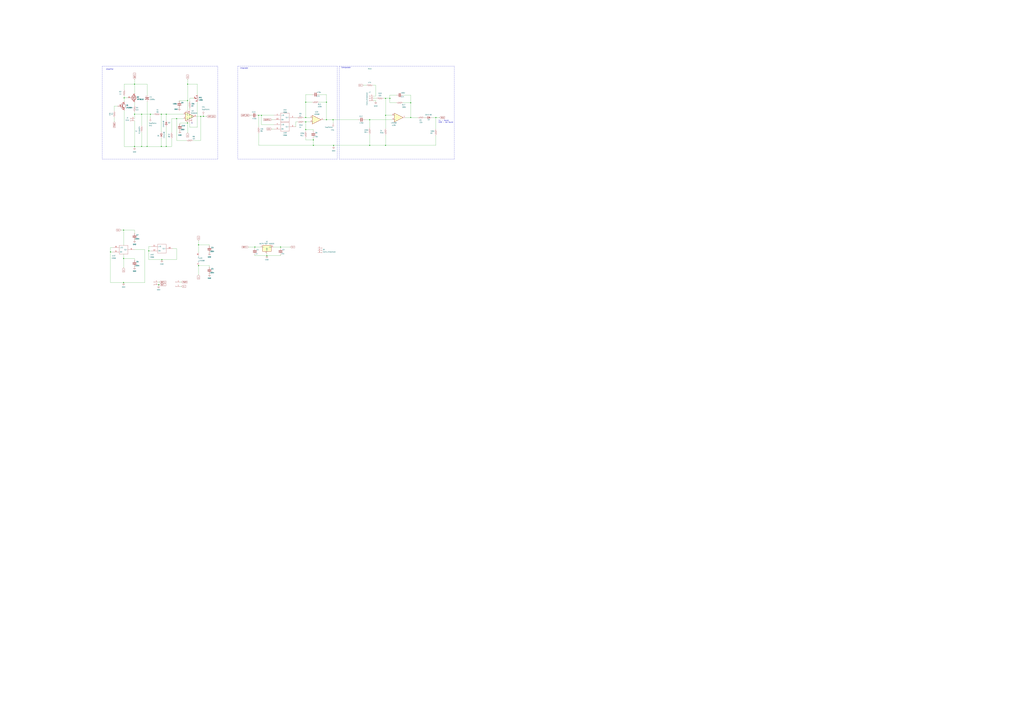
<source format=kicad_sch>
(kicad_sch (version 20211123) (generator eeschema)
  (paper "A0")
  (lib_symbols
    (symbol "!my-kicad-library:2N3904" (pin_names (offset 0) hide)
      (property "Reference" "Q" (at 5.08 1.905 0))
      (property "Value" "2N3904" (at 5.08 0 0))
      (symbol "2N3904_0_1"
        (polyline (pts (xy 0.635 0.635) (xy 2.54 2.54)))
        (polyline (pts (xy 0.635 -0.635) (xy 2.54 -2.54) (xy 2.54 -2.54)))
        (polyline (pts (xy 0.635 1.905) (xy 0.635 -1.905) (xy 0.635 -1.905)) (stroke (width 0.508)))
        (polyline (pts (xy 1.27 -1.778) (xy 1.778 -1.27) (xy 2.286 -2.286) (xy 1.27 -1.778) (xy 1.27 -1.778)) (fill (type outline)))
        (circle (center 1.27 0) (radius 2.8194) (stroke (width 0.254)))
      )
      (symbol "2N3904_1_1"
        (pin passive line (at -5.08 0 0) (length 5.715) (name "B") (number "1"))
        (pin passive line (at 2.54 -5.08 90) (length 2.54) (name "E") (number "2"))
        (pin passive line (at 2.54 5.08 270) (length 2.54) (name "C") (number "3"))
      )
    )
    (symbol "4xxx_IEEE:4066" (pin_names (offset 0.762))
      (property "Reference" "U" (at 2.54 5.08 0))
      (property "Value" "4066" (at 5.08 -5.08 0))
      (symbol "4066_0_1"
        (rectangle (start -5.08 5.08) (end 5.08 -5.08))
        (pin power_in line (at 0 5.08 270) (length 0) hide (name "Vdd") (number "14"))
        (pin power_in line (at 0 -5.08 90) (length 0) hide (name "Vss") (number "7"))
      )
      (symbol "4066_1_1"
        (pin passive line (at -12.7 2.54 0) (length 7.62) (name "I/O") (number "1"))
        (pin input line (at -12.7 -2.54 0) (length 7.62) (name "ON") (number "13"))
        (pin passive line (at 12.7 0 180) (length 7.62) (name "O/I") (number "2"))
      )
      (symbol "4066_2_1"
        (pin passive line (at 12.7 0 180) (length 7.62) (name "O/I") (number "3"))
        (pin passive line (at -12.7 2.54 0) (length 7.62) (name "I/O") (number "4"))
        (pin input line (at -12.7 -2.54 0) (length 7.62) (name "ON") (number "5"))
      )
      (symbol "4066_3_1"
        (pin input line (at -12.7 -2.54 0) (length 7.62) (name "ON") (number "6"))
        (pin passive line (at -12.7 2.54 0) (length 7.62) (name "I/O") (number "8"))
        (pin passive line (at 12.7 0 180) (length 7.62) (name "O/I") (number "9"))
      )
      (symbol "4066_4_1"
        (pin passive line (at 12.7 0 180) (length 7.62) (name "O/I") (number "10"))
        (pin passive line (at -12.7 2.54 0) (length 7.62) (name "I/O") (number "11"))
        (pin input line (at -12.7 -2.54 0) (length 7.62) (name "ON") (number "12"))
      )
    )
    (symbol "Amplifier_Operational:LM358" (pin_names (offset 0.127))
      (property "Reference" "U" (at 0 5.08 0))
      (property "Value" "LM358" (at 0 -5.08 0))
      (symbol "LM358_1_1"
        (polyline (pts (xy -5.08 5.08) (xy 5.08 0) (xy -5.08 -5.08) (xy -5.08 5.08)) (stroke (width 0.254)) (fill (type background)))
        (pin output line (at 7.62 0 180) (length 2.54) (name "~") (number "1"))
        (pin input line (at -7.62 -2.54 0) (length 2.54) (name "-") (number "2"))
        (pin input line (at -7.62 2.54 0) (length 2.54) (name "+") (number "3"))
      )
      (symbol "LM358_2_1"
        (polyline (pts (xy -5.08 5.08) (xy 5.08 0) (xy -5.08 -5.08) (xy -5.08 5.08)) (stroke (width 0.254)) (fill (type background)))
        (pin input line (at -7.62 2.54 0) (length 2.54) (name "+") (number "5"))
        (pin input line (at -7.62 -2.54 0) (length 2.54) (name "-") (number "6"))
        (pin output line (at 7.62 0 180) (length 2.54) (name "~") (number "7"))
      )
      (symbol "LM358_3_1"
        (pin power_in line (at -2.54 -7.62 90) (length 3.81) (name "V-") (number "4"))
        (pin power_in line (at -2.54 7.62 270) (length 3.81) (name "V+") (number "8"))
      )
    )
    (symbol "Amplifier_Operational:NE5534" (pin_names (offset 0.127))
      (property "Reference" "U" (at 1.27 6.35 0))
      (property "Value" "NE5534" (at 1.27 3.81 0))
      (symbol "NE5534_0_1"
        (polyline (pts (xy -5.08 5.08) (xy 5.08 0) (xy -5.08 -5.08) (xy -5.08 5.08)) (stroke (width 0.254)) (fill (type background)))
      )
      (symbol "NE5534_1_1"
        (pin input line (at 0 -7.62 90) (length 5.08) (name "BAL") (number "1"))
        (pin input line (at -7.62 -2.54 0) (length 2.54) (name "-") (number "2"))
        (pin input line (at -7.62 2.54 0) (length 2.54) (name "+") (number "3"))
        (pin power_in line (at -2.54 -7.62 90) (length 3.81) (name "V-") (number "4"))
        (pin input line (at 2.54 -7.62 90) (length 6.35) (name "COMP") (number "5"))
        (pin output line (at 7.62 0 180) (length 2.54) (name "~") (number "6"))
        (pin power_in line (at -2.54 7.62 270) (length 3.81) (name "V+") (number "7"))
        (pin input line (at 0 7.62 270) (length 5.08) (name "C/B") (number "8"))
      )
    )
    (symbol "Connector:Conn_01x01_Female" (pin_names (offset 1.016) hide)
      (property "Reference" "J" (at 0 2.54 0))
      (property "Value" "Conn_01x01_Female" (at 0 -2.54 0))
      (symbol "Conn_01x01_Female_1_1"
        (polyline (pts (xy -1.27 0) (xy -0.508 0)) (stroke (width 0.1524)))
        (arc (start 0 0.508) (mid -0.508 0) (end 0 -0.508) (stroke (width 0.1524)))
        (pin passive line (at -5.08 0 0) (length 3.81) (name "Pin_1") (number "1"))
      )
    )
    (symbol "Connector:Conn_01x02_Female" (pin_names (offset 1.016) hide)
      (property "Reference" "J" (at 0 2.54 0))
      (property "Value" "Conn_01x02_Female" (at 0 -5.08 0))
      (symbol "Conn_01x02_Female_1_1"
        (arc (start 0 -2.032) (mid -0.508 -2.54) (end 0 -3.048) (stroke (width 0.1524)))
        (polyline (pts (xy -1.27 -2.54) (xy -0.508 -2.54)) (stroke (width 0.1524)))
        (polyline (pts (xy -1.27 0) (xy -0.508 0)) (stroke (width 0.1524)))
        (arc (start 0 0.508) (mid -0.508 0) (end 0 -0.508) (stroke (width 0.1524)))
        (pin passive line (at -5.08 0 0) (length 3.81) (name "Pin_1") (number "1"))
        (pin passive line (at -5.08 -2.54 0) (length 3.81) (name "Pin_2") (number "2"))
      )
    )
    (symbol "Connector:Conn_01x03_Female" (pin_names (offset 1.016) hide)
      (property "Reference" "J" (at 0 5.08 0))
      (property "Value" "Conn_01x03_Female" (at 0 -5.08 0))
      (symbol "Conn_01x03_Female_1_1"
        (arc (start 0 -2.032) (mid -0.508 -2.54) (end 0 -3.048) (stroke (width 0.1524)))
        (polyline (pts (xy -1.27 -2.54) (xy -0.508 -2.54)) (stroke (width 0.1524)))
        (polyline (pts (xy -1.27 0) (xy -0.508 0)) (stroke (width 0.1524)))
        (polyline (pts (xy -1.27 2.54) (xy -0.508 2.54)) (stroke (width 0.1524)))
        (arc (start 0 0.508) (mid -0.508 0) (end 0 -0.508) (stroke (width 0.1524)))
        (arc (start 0 3.048) (mid -0.508 2.54) (end 0 2.032) (stroke (width 0.1524)))
        (pin passive line (at -5.08 2.54 0) (length 3.81) (name "Pin_1") (number "1"))
        (pin passive line (at -5.08 0 0) (length 3.81) (name "Pin_2") (number "2"))
        (pin passive line (at -5.08 -2.54 0) (length 3.81) (name "Pin_3") (number "3"))
      )
    )
    (symbol "Connector:TestPoint" (pin_numbers hide) (pin_names (offset 0.762) hide)
      (property "Reference" "TP" (at 0 6.858 0))
      (property "Value" "TestPoint" (at 0 5.08 0))
      (symbol "TestPoint_0_1"
        (circle (center 0 3.302) (radius 0.762))
      )
      (symbol "TestPoint_1_1"
        (pin passive line (at 0 0 90) (length 2.54) (name "1") (number "1"))
      )
    )
    (symbol "Device:C" (pin_numbers hide) (pin_names (offset 0.254))
      (property "Reference" "C" (at 0.635 2.54 0))
      (property "Value" "C" (at 0.635 -2.54 0))
      (symbol "C_0_1"
        (polyline (pts (xy -2.032 -0.762) (xy 2.032 -0.762)) (stroke (width 0.508)))
        (polyline (pts (xy -2.032 0.762) (xy 2.032 0.762)) (stroke (width 0.508)))
      )
      (symbol "C_1_1"
        (pin passive line (at 0 3.81 270) (length 2.794) (name "~") (number "1"))
        (pin passive line (at 0 -3.81 90) (length 2.794) (name "~") (number "2"))
      )
    )
    (symbol "Device:C_Polarized_US" (pin_numbers hide) (pin_names (offset 0.254) hide)
      (property "Reference" "C" (at 0.635 2.54 0))
      (property "Value" "C_Polarized_US" (at 0.635 -2.54 0))
      (symbol "C_Polarized_US_0_1"
        (polyline (pts (xy -2.032 0.762) (xy 2.032 0.762)) (stroke (width 0.508)))
        (polyline (pts (xy -1.778 2.286) (xy -0.762 2.286)))
        (polyline (pts (xy -1.27 1.778) (xy -1.27 2.794)))
        (arc (start 2.032 -1.27) (mid 0 -0.5572) (end -2.032 -1.27) (stroke (width 0.508)))
      )
      (symbol "C_Polarized_US_1_1"
        (pin passive line (at 0 3.81 270) (length 2.794) (name "~") (number "1"))
        (pin passive line (at 0 -3.81 90) (length 3.302) (name "~") (number "2"))
      )
    )
    (symbol "Device:R_Potentiometer_US" (pin_names (offset 1.016) hide)
      (property "Reference" "RV" (at -4.445 0 90))
      (property "Value" "R_Potentiometer_US" (at -2.54 0 90))
      (symbol "R_Potentiometer_US_0_1"
        (polyline (pts (xy 0 -2.286) (xy 0 -2.54)))
        (polyline (pts (xy 0 2.54) (xy 0 2.286)))
        (polyline (pts (xy 2.54 0) (xy 1.524 0)))
        (polyline (pts (xy 1.143 0) (xy 2.286 0.508) (xy 2.286 -0.508) (xy 1.143 0)) (fill (type outline)))
        (polyline (pts (xy 0 -0.762) (xy 1.016 -1.143) (xy 0 -1.524) (xy -1.016 -1.905) (xy 0 -2.286)))
        (polyline (pts (xy 0 0.762) (xy 1.016 0.381) (xy 0 0) (xy -1.016 -0.381) (xy 0 -0.762)))
        (polyline (pts (xy 0 2.286) (xy 1.016 1.905) (xy 0 1.524) (xy -1.016 1.143) (xy 0 0.762)))
      )
      (symbol "R_Potentiometer_US_1_1"
        (pin passive line (at 0 3.81 270) (length 1.27) (name "1") (number "1"))
        (pin passive line (at 3.81 0 180) (length 1.27) (name "2") (number "2"))
        (pin passive line (at 0 -3.81 90) (length 1.27) (name "3") (number "3"))
      )
    )
    (symbol "Device:R_US" (pin_numbers hide) (pin_names (offset 0))
      (property "Reference" "R" (at 2.54 0 90))
      (property "Value" "R_US" (at -2.54 0 90))
      (symbol "R_US_0_1"
        (polyline (pts (xy 0 -2.286) (xy 0 -2.54)))
        (polyline (pts (xy 0 2.286) (xy 0 2.54)))
        (polyline (pts (xy 0 -0.762) (xy 1.016 -1.143) (xy 0 -1.524) (xy -1.016 -1.905) (xy 0 -2.286)))
        (polyline (pts (xy 0 0.762) (xy 1.016 0.381) (xy 0 0) (xy -1.016 -0.381) (xy 0 -0.762)))
        (polyline (pts (xy 0 2.286) (xy 1.016 1.905) (xy 0 1.524) (xy -1.016 1.143) (xy 0 0.762)))
      )
      (symbol "R_US_1_1"
        (pin passive line (at 0 3.81 270) (length 1.27) (name "~") (number "1"))
        (pin passive line (at 0 -3.81 90) (length 1.27) (name "~") (number "2"))
      )
    )
    (symbol "Diode:1N4148" (pin_numbers hide) (pin_names (offset 1.016) hide)
      (property "Reference" "D" (at 0 2.54 0))
      (property "Value" "1N4148" (at 0 -2.54 0))
      (symbol "1N4148_0_1"
        (polyline (pts (xy -1.27 1.27) (xy -1.27 -1.27)) (stroke (width 0.254)))
        (polyline (pts (xy 1.27 0) (xy -1.27 0)))
        (polyline (pts (xy 1.27 1.27) (xy 1.27 -1.27) (xy -1.27 0) (xy 1.27 1.27)) (stroke (width 0.254)))
      )
      (symbol "1N4148_1_1"
        (pin passive line (at -3.81 0 0) (length 2.54) (name "K") (number "1"))
        (pin passive line (at 3.81 0 180) (length 2.54) (name "A") (number "2"))
      )
    )
    (symbol "Regulator_Linear:MCP1703A-5002_SOT223" (pin_names (offset 0.254))
      (property "Reference" "U" (at -3.81 3.175 0))
      (property "Value" "MCP1703A-5002_SOT223" (at 0 3.175 0))
      (symbol "MCP1703A-5002_SOT223_0_1"
        (rectangle (start -5.08 -5.08) (end 5.08 1.905) (stroke (width 0.254)) (fill (type background)))
      )
      (symbol "MCP1703A-5002_SOT223_1_1"
        (pin power_in line (at -7.62 0 0) (length 2.54) (name "VI") (number "1"))
        (pin power_in line (at 0 -7.62 90) (length 2.54) (name "GND") (number "2"))
        (pin power_out line (at 7.62 0 180) (length 2.54) (name "VO") (number "3"))
      )
    )
    (symbol "Transistor_FET:IRF9540N" (pin_names hide)
      (property "Reference" "Q" (at 5.08 1.905 0))
      (property "Value" "IRF9540N" (at 5.08 0 0))
      (symbol "IRF9540N_0_1"
        (polyline (pts (xy 0.254 0) (xy -2.54 0)))
        (polyline (pts (xy 0.254 1.905) (xy 0.254 -1.905)) (stroke (width 0.254)))
        (polyline (pts (xy 0.762 -1.27) (xy 0.762 -2.286)) (stroke (width 0.254)))
        (polyline (pts (xy 0.762 0.508) (xy 0.762 -0.508)) (stroke (width 0.254)))
        (polyline (pts (xy 0.762 2.286) (xy 0.762 1.27)) (stroke (width 0.254)))
        (polyline (pts (xy 2.54 2.54) (xy 2.54 1.778)))
        (polyline (pts (xy 2.54 -2.54) (xy 2.54 0) (xy 0.762 0)))
        (polyline (pts (xy 0.762 1.778) (xy 3.302 1.778) (xy 3.302 -1.778) (xy 0.762 -1.778)))
        (polyline (pts (xy 2.286 0) (xy 1.27 0.381) (xy 1.27 -0.381) (xy 2.286 0)) (fill (type outline)))
        (polyline (pts (xy 2.794 -0.508) (xy 2.921 -0.381) (xy 3.683 -0.381) (xy 3.81 -0.254)))
        (polyline (pts (xy 3.302 -0.381) (xy 2.921 0.254) (xy 3.683 0.254) (xy 3.302 -0.381)))
        (circle (center 1.651 0) (radius 2.794) (stroke (width 0.254)))
        (circle (center 2.54 -1.778) (radius 0.254) (fill (type outline)))
        (circle (center 2.54 1.778) (radius 0.254) (fill (type outline)))
      )
      (symbol "IRF9540N_1_1"
        (pin input line (at -5.08 0 0) (length 2.54) (name "G") (number "1"))
        (pin passive line (at 2.54 5.08 270) (length 2.54) (name "D") (number "2"))
        (pin passive line (at 2.54 -5.08 90) (length 2.54) (name "S") (number "3"))
      )
    )
    (symbol "power:GND" (power) (pin_names (offset 0))
      (property "Value" "GND" (at 0 -3.81 0))
      (symbol "GND_0_1"
        (polyline (pts (xy 0 0) (xy 0 -1.27) (xy 1.27 -1.27) (xy 0 -2.54) (xy -1.27 -1.27) (xy 0 -1.27)))
      )
      (symbol "GND_1_1"
        (pin power_in line (at 0 0 270) (length 0) hide (name "GND") (number "1"))
      )
    )
  )
  (junction (at 217.805 116.84))
  (junction (at 387.35 168.91))
  (junction (at 452.755 114.3))
  (junction (at 447.675 168.91))
  (junction (at 363.855 162.56))
  (junction (at 506.095 136.525))
  (junction (at 205.105 137.795))
  (junction (at 429.26 168.91))
  (junction (at 300.355 133.985))
  (junction (at 447.675 114.3))
  (junction (at 156.21 170.18))
  (junction (at 295.91 287.02))
  (junction (at 354.965 136.525))
  (junction (at 156.21 132.715))
  (junction (at 447.675 133.985))
  (junction (at 476.885 119.38))
  (junction (at 476.885 136.525))
  (junction (at 174.625 132.715))
  (junction (at 164.465 132.715))
  (junction (at 164.465 170.18))
  (junction (at 233.045 135.255))
  (junction (at 354.965 141.605))
  (junction (at 303.53 133.985))
  (junction (at 128.27 292.735))
  (junction (at 193.04 132.715))
  (junction (at 309.88 297.18))
  (junction (at 143.51 300.355))
  (junction (at 170.815 170.18))
  (junction (at 184.15 330.835))
  (junction (at 236.22 135.255))
  (junction (at 379.095 118.745))
  (junction (at 156.21 97.79))
  (junction (at 379.095 139.065))
  (junction (at 363.855 168.91))
  (junction (at 193.04 170.18))
  (junction (at 187.325 132.715))
  (junction (at 172.72 291.465))
  (junction (at 187.325 170.18))
  (junction (at 143.51 267.335))
  (junction (at 217.805 142.875))
  (junction (at 354.965 150.495))
  (junction (at 429.26 139.065))
  (junction (at 230.505 308.61))
  (junction (at 386.715 139.065))
  (junction (at 187.96 301.625))
  (junction (at 217.805 97.79))
  (junction (at 354.965 118.745))
  (junction (at 143.51 328.295))
  (junction (at 230.505 284.48))
  (junction (at 144.145 113.665))
  (junction (at 325.755 287.02))
  (no_connect (at 222.885 142.875))
  (wire (pts (xy 170.815 118.11) (xy 170.815 170.18)))
  (wire (pts (xy 156.21 92.075) (xy 156.21 97.79)))
  (wire (pts (xy 303.53 133.985) (xy 318.135 133.985)))
  (wire (pts (xy 156.21 118.745) (xy 156.21 122.555)))
  (wire (pts (xy 174.625 132.715) (xy 174.625 136.525)))
  (wire (pts (xy 300.355 147.32) (xy 300.355 133.985)))
  (wire (pts (xy 290.195 133.985) (xy 291.465 133.985)))
  (wire (pts (xy 318.135 149.86) (xy 315.595 149.86)))
  (wire (pts (xy 156.21 170.18) (xy 156.21 171.45)))
  (polyline (pts (xy 276.225 76.835) (xy 391.795 76.835)))
  (wire (pts (xy 224.155 163.195) (xy 233.045 163.195)))
  (wire (pts (xy 354.965 118.745) (xy 362.585 118.745)))
  (wire (pts (xy 128.27 287.655) (xy 130.81 287.655)))
  (wire (pts (xy 387.35 168.91) (xy 387.35 170.18)))
  (wire (pts (xy 148.59 113.665) (xy 144.145 113.665)))
  (wire (pts (xy 208.915 142.875) (xy 217.805 142.875)))
  (wire (pts (xy 325.755 287.02) (xy 337.185 287.02)))
  (wire (pts (xy 354.965 141.605) (xy 353.06 141.605)))
  (wire (pts (xy 168.275 328.295) (xy 143.51 328.295)))
  (wire (pts (xy 299.085 133.985) (xy 300.355 133.985)))
  (wire (pts (xy 128.27 328.295) (xy 128.27 292.735)))
  (wire (pts (xy 447.675 114.3) (xy 452.755 114.3)))
  (wire (pts (xy 172.72 286.385) (xy 172.72 291.465)))
  (wire (pts (xy 217.805 142.875) (xy 217.805 154.305)))
  (wire (pts (xy 379.095 139.065) (xy 379.095 118.745)))
  (wire (pts (xy 354.965 141.605) (xy 354.965 150.495)))
  (wire (pts (xy 354.965 160.02) (xy 354.965 162.56)))
  (wire (pts (xy 143.51 328.295) (xy 128.27 328.295)))
  (polyline (pts (xy 527.685 184.785) (xy 527.685 76.835)))
  (wire (pts (xy 208.915 327.66) (xy 210.82 327.66)))
  (wire (pts (xy 132.715 141.605) (xy 132.715 136.525)))
  (wire (pts (xy 187.325 132.715) (xy 193.04 132.715)))
  (wire (pts (xy 300.355 154.94) (xy 300.355 168.91)))
  (wire (pts (xy 172.72 286.385) (xy 175.26 286.385)))
  (wire (pts (xy 467.995 110.49) (xy 476.885 110.49)))
  (wire (pts (xy 227.965 135.255) (xy 233.045 135.255)))
  (wire (pts (xy 156.21 300.355) (xy 143.51 300.355)))
  (wire (pts (xy 429.26 148.59) (xy 429.26 139.065)))
  (wire (pts (xy 144.145 128.27) (xy 144.145 170.18)))
  (wire (pts (xy 318.135 144.78) (xy 303.53 144.78)))
  (wire (pts (xy 501.65 136.525) (xy 506.095 136.525)))
  (wire (pts (xy 343.535 141.605) (xy 345.44 141.605)))
  (wire (pts (xy 144.145 113.665) (xy 144.145 118.11)))
  (wire (pts (xy 220.345 114.3) (xy 220.345 118.11)))
  (wire (pts (xy 208.28 125.095) (xy 208.28 125.73)))
  (wire (pts (xy 476.885 136.525) (xy 485.14 136.525)))
  (wire (pts (xy 433.07 99.06) (xy 436.245 99.06)))
  (wire (pts (xy 447.675 156.845) (xy 447.675 168.91)))
  (wire (pts (xy 184.15 330.835) (xy 184.15 332.105)))
  (wire (pts (xy 205.105 288.925) (xy 205.105 301.625)))
  (wire (pts (xy 170.815 97.79) (xy 156.21 97.79)))
  (wire (pts (xy 187.325 170.18) (xy 193.04 170.18)))
  (wire (pts (xy 295.91 295.91) (xy 295.91 297.18)))
  (polyline (pts (xy 393.7 76.835) (xy 393.7 184.785)))
  (wire (pts (xy 343.535 141.605) (xy 343.535 147.32)))
  (polyline (pts (xy 252.73 184.785) (xy 252.73 76.835)))
  (wire (pts (xy 217.805 116.84) (xy 217.805 127.635)))
  (polyline (pts (xy 252.095 76.835) (xy 118.745 76.835)))
  (wire (pts (xy 288.29 287.02) (xy 295.91 287.02)))
  (wire (pts (xy 200.66 288.925) (xy 205.105 288.925)))
  (wire (pts (xy 208.915 144.145) (xy 208.915 142.875)))
  (wire (pts (xy 164.465 170.18) (xy 170.815 170.18)))
  (wire (pts (xy 447.675 133.985) (xy 455.295 133.985)))
  (wire (pts (xy 379.095 118.745) (xy 379.095 109.855)))
  (wire (pts (xy 156.21 132.715) (xy 156.21 137.795)))
  (wire (pts (xy 156.21 130.175) (xy 156.21 132.715)))
  (wire (pts (xy 436.245 111.76) (xy 436.245 99.06)))
  (wire (pts (xy 452.755 119.38) (xy 460.375 119.38)))
  (wire (pts (xy 429.26 139.065) (xy 455.295 139.065)))
  (wire (pts (xy 303.53 133.985) (xy 303.53 144.78)))
  (wire (pts (xy 354.965 150.495) (xy 354.965 152.4)))
  (wire (pts (xy 187.96 301.625) (xy 172.72 301.625)))
  (wire (pts (xy 128.27 292.735) (xy 130.81 292.735)))
  (wire (pts (xy 363.855 162.56) (xy 363.855 168.91)))
  (wire (pts (xy 363.855 150.495) (xy 363.855 152.4)))
  (wire (pts (xy 370.205 118.745) (xy 379.095 118.745)))
  (wire (pts (xy 156.21 170.18) (xy 144.145 170.18)))
  (wire (pts (xy 236.22 133.985) (xy 236.22 135.255)))
  (wire (pts (xy 236.22 135.255) (xy 240.03 135.255)))
  (wire (pts (xy 193.04 170.18) (xy 199.39 170.18)))
  (wire (pts (xy 156.21 300.355) (xy 156.21 302.26)))
  (wire (pts (xy 230.505 308.61) (xy 230.505 319.405)))
  (wire (pts (xy 220.345 142.875) (xy 220.345 147.955)))
  (wire (pts (xy 375.285 139.065) (xy 379.095 139.065)))
  (wire (pts (xy 225.425 114.3) (xy 220.345 114.3)))
  (wire (pts (xy 452.755 110.49) (xy 452.755 114.3)))
  (wire (pts (xy 433.705 114.3) (xy 437.515 114.3)))
  (polyline (pts (xy 393.7 76.835) (xy 527.685 76.835)))
  (wire (pts (xy 243.205 318.135) (xy 243.205 318.77)))
  (wire (pts (xy 172.72 291.465) (xy 175.26 291.465)))
  (wire (pts (xy 243.205 308.61) (xy 243.205 310.515)))
  (wire (pts (xy 318.135 139.065) (xy 315.595 139.065)))
  (wire (pts (xy 370.205 109.855) (xy 379.095 109.855)))
  (wire (pts (xy 476.885 119.38) (xy 476.885 136.525)))
  (wire (pts (xy 170.815 110.49) (xy 170.815 97.79)))
  (wire (pts (xy 421.64 99.06) (xy 425.45 99.06)))
  (wire (pts (xy 183.515 330.835) (xy 184.15 330.835)))
  (wire (pts (xy 186.055 132.715) (xy 187.325 132.715)))
  (wire (pts (xy 230.505 284.48) (xy 243.205 284.48)))
  (wire (pts (xy 233.045 135.255) (xy 233.045 163.195)))
  (wire (pts (xy 164.465 146.05) (xy 164.465 132.715)))
  (wire (pts (xy 360.045 141.605) (xy 354.965 141.605)))
  (wire (pts (xy 217.805 97.79) (xy 229.235 97.79)))
  (wire (pts (xy 325.755 297.18) (xy 309.88 297.18)))
  (wire (pts (xy 295.91 287.02) (xy 295.91 288.29)))
  (wire (pts (xy 492.76 136.525) (xy 494.03 136.525)))
  (wire (pts (xy 217.805 97.79) (xy 217.805 116.84)))
  (wire (pts (xy 187.96 301.625) (xy 187.96 302.26)))
  (wire (pts (xy 174.625 132.715) (xy 178.435 132.715)))
  (wire (pts (xy 433.705 116.84) (xy 436.245 116.84)))
  (wire (pts (xy 386.715 139.065) (xy 379.095 139.065)))
  (wire (pts (xy 445.135 114.3) (xy 447.675 114.3)))
  (polyline (pts (xy 252.095 76.835) (xy 252.73 76.835)))
  (wire (pts (xy 216.535 163.195) (xy 205.105 163.195)))
  (wire (pts (xy 156.21 140.335) (xy 156.21 170.18)))
  (wire (pts (xy 205.105 137.795) (xy 212.725 137.795)))
  (wire (pts (xy 132.715 123.19) (xy 136.525 123.19)))
  (wire (pts (xy 128.27 292.735) (xy 128.27 287.655)))
  (wire (pts (xy 387.35 168.91) (xy 429.26 168.91)))
  (wire (pts (xy 433.705 111.76) (xy 436.245 111.76)))
  (wire (pts (xy 325.755 287.02) (xy 325.755 288.29)))
  (wire (pts (xy 229.235 110.49) (xy 229.235 97.79)))
  (wire (pts (xy 143.51 267.335) (xy 143.51 285.115)))
  (wire (pts (xy 143.51 295.275) (xy 143.51 300.355)))
  (wire (pts (xy 193.04 132.715) (xy 212.725 132.715)))
  (wire (pts (xy 143.51 300.355) (xy 143.51 311.15)))
  (wire (pts (xy 325.755 295.91) (xy 325.755 297.18)))
  (wire (pts (xy 423.545 139.065) (xy 429.26 139.065)))
  (wire (pts (xy 193.04 139.7) (xy 193.04 132.715)))
  (wire (pts (xy 156.21 267.335) (xy 156.21 271.145)))
  (wire (pts (xy 447.675 114.3) (xy 447.675 133.985)))
  (wire (pts (xy 183.515 327.66) (xy 185.42 327.66)))
  (wire (pts (xy 363.855 168.91) (xy 300.355 168.91)))
  (wire (pts (xy 229.235 118.11) (xy 229.235 147.955)))
  (wire (pts (xy 363.855 150.495) (xy 354.965 150.495)))
  (wire (pts (xy 143.51 328.295) (xy 143.51 328.93)))
  (wire (pts (xy 386.715 139.065) (xy 386.715 142.875)))
  (wire (pts (xy 352.425 136.525) (xy 354.965 136.525)))
  (wire (pts (xy 363.855 160.02) (xy 363.855 162.56)))
  (wire (pts (xy 230.505 284.48) (xy 230.505 293.37)))
  (wire (pts (xy 199.39 161.29) (xy 199.39 170.18)))
  (wire (pts (xy 208.28 117.475) (xy 208.28 116.84)))
  (wire (pts (xy 184.15 330.835) (xy 185.42 330.835)))
  (wire (pts (xy 220.345 125.73) (xy 220.345 127.635)))
  (polyline (pts (xy 118.745 184.785) (xy 252.73 184.785)))
  (wire (pts (xy 300.355 133.985) (xy 303.53 133.985)))
  (polyline (pts (xy 393.7 184.785) (xy 527.685 184.785)))
  (wire (pts (xy 233.045 135.255) (xy 236.22 135.255)))
  (wire (pts (xy 447.675 133.985) (xy 447.675 149.225)))
  (wire (pts (xy 208.915 332.74) (xy 210.82 332.74)))
  (wire (pts (xy 164.465 153.67) (xy 164.465 170.18)))
  (wire (pts (xy 144.145 111.76) (xy 144.145 113.665)))
  (polyline (pts (xy 391.795 184.785) (xy 276.225 184.785)))
  (wire (pts (xy 452.755 114.3) (xy 452.755 119.38)))
  (wire (pts (xy 476.885 119.38) (xy 476.885 110.49)))
  (wire (pts (xy 243.205 293.37) (xy 243.205 294.005)))
  (wire (pts (xy 187.325 160.655) (xy 187.325 170.18)))
  (wire (pts (xy 447.675 168.91) (xy 506.095 168.91)))
  (wire (pts (xy 156.21 309.88) (xy 156.21 310.515)))
  (wire (pts (xy 363.855 168.91) (xy 387.35 168.91)))
  (wire (pts (xy 205.105 301.625) (xy 187.96 301.625)))
  (wire (pts (xy 172.72 291.465) (xy 172.72 301.625)))
  (wire (pts (xy 470.535 136.525) (xy 476.885 136.525)))
  (wire (pts (xy 168.275 290.195) (xy 168.275 328.295)))
  (wire (pts (xy 217.805 92.075) (xy 217.805 97.79)))
  (wire (pts (xy 243.205 308.61) (xy 230.505 308.61)))
  (wire (pts (xy 386.715 139.065) (xy 415.925 139.065)))
  (wire (pts (xy 506.095 136.525) (xy 510.54 136.525)))
  (wire (pts (xy 354.965 109.855) (xy 362.585 109.855)))
  (polyline (pts (xy 391.795 76.835) (xy 391.795 184.785)))
  (wire (pts (xy 156.21 97.79) (xy 156.21 108.585)))
  (wire (pts (xy 295.91 297.18) (xy 309.88 297.18)))
  (wire (pts (xy 187.325 153.035) (xy 187.325 132.715)))
  (wire (pts (xy 205.105 163.195) (xy 205.105 137.795)))
  (wire (pts (xy 144.145 104.14) (xy 144.145 97.79)))
  (wire (pts (xy 143.51 267.335) (xy 156.21 267.335)))
  (wire (pts (xy 156.21 170.18) (xy 164.465 170.18)))
  (wire (pts (xy 208.28 116.84) (xy 217.805 116.84)))
  (polyline (pts (xy 276.225 76.835) (xy 276.225 184.785)))
  (wire (pts (xy 229.235 147.955) (xy 220.345 147.955)))
  (wire (pts (xy 354.965 136.525) (xy 360.045 136.525)))
  (wire (pts (xy 343.535 136.525) (xy 344.805 136.525)))
  (wire (pts (xy 467.995 119.38) (xy 476.885 119.38)))
  (wire (pts (xy 140.335 267.335) (xy 143.51 267.335)))
  (wire (pts (xy 317.5 287.02) (xy 325.755 287.02)))
  (wire (pts (xy 506.095 149.86) (xy 506.095 136.525)))
  (wire (pts (xy 354.965 109.855) (xy 354.965 118.745)))
  (wire (pts (xy 208.915 151.765) (xy 208.915 152.4)))
  (wire (pts (xy 199.39 137.795) (xy 199.39 153.67)))
  (wire (pts (xy 295.91 287.02) (xy 302.26 287.02)))
  (wire (pts (xy 230.505 279.4) (xy 230.505 284.48)))
  (wire (pts (xy 144.145 97.79) (xy 156.21 97.79)))
  (wire (pts (xy 506.095 157.48) (xy 506.095 168.91)))
  (wire (pts (xy 156.21 278.765) (xy 156.21 279.4)))
  (wire (pts (xy 436.245 116.84) (xy 436.245 118.11)))
  (wire (pts (xy 354.965 118.745) (xy 354.965 136.525)))
  (wire (pts (xy 243.205 285.75) (xy 243.205 284.48)))
  (polyline (pts (xy 118.745 76.835) (xy 118.745 184.785)))
  (wire (pts (xy 452.755 110.49) (xy 460.375 110.49)))
  (wire (pts (xy 193.04 147.32) (xy 193.04 170.18)))
  (wire (pts (xy 164.465 132.715) (xy 174.625 132.715)))
  (wire (pts (xy 156.21 132.715) (xy 164.465 132.715)))
  (wire (pts (xy 170.815 170.18) (xy 187.325 170.18)))
  (wire (pts (xy 429.26 156.21) (xy 429.26 168.91)))
  (wire (pts (xy 354.965 162.56) (xy 363.855 162.56)))
  (wire (pts (xy 132.715 123.19) (xy 132.715 128.905)))
  (wire (pts (xy 429.26 168.91) (xy 447.675 168.91)))
  (wire (pts (xy 309.88 294.64) (xy 309.88 297.18)))
  (wire (pts (xy 199.39 137.795) (xy 205.105 137.795)))
  (wire (pts (xy 168.275 290.195) (xy 156.21 290.195)))
  (text "Amplifier" (at 123.19 81.28 0) (effects (font (size 1.27 1.27)) (justify left bottom)))
  (text "Integrator\n" (at 278.765 80.01 0) (effects (font (size 1.27 1.27)) (justify left bottom)))
  (text "V+ - found\nGND - not found" (at 509.27 142.875 0) (effects (font (size 1.27 1.27)) (justify left bottom)))
  (text "Comparator" (at 396.24 79.375 0) (effects (font (size 1.27 1.27)) (justify left bottom)))
  (global_label "EFE" (shape input) (at 315.595 149.86 180) (property "Intersheet References" "${INTERSHEET_REFS}" (effects hide)))
  (global_label "BAT+" (shape input) (at 288.29 287.02 180) (property "Intersheet References" "${INTERSHEET_REFS}" (effects hide)))
  (global_label "SAMPLE" (shape input) (at 315.595 139.065 180) (property "Intersheet References" "${INTERSHEET_REFS}" (effects hide)))
  (global_label "V-" (shape input) (at 230.505 319.405 270) (property "Intersheet References" "${INTERSHEET_REFS}" (effects hide)))
  (global_label "AMP_SIG" (shape input) (at 240.03 135.255 0) (property "Intersheet References" "${INTERSHEET_REFS}" (effects hide)))
  (global_label "RES" (shape input) (at 510.54 136.525 0) (property "Intersheet References" "${INTERSHEET_REFS}" (effects hide)))
  (global_label "BAT+" (shape input) (at 156.21 92.075 90) (property "Intersheet References" "${INTERSHEET_REFS}" (effects hide)))
  (global_label "PWM" (shape input) (at 132.715 141.605 270) (property "Intersheet References" "${INTERSHEET_REFS}" (effects hide)))
  (global_label "V+" (shape input) (at 140.335 267.335 180) (property "Intersheet References" "${INTERSHEET_REFS}" (effects hide)))
  (global_label "BAT-" (shape input) (at 185.42 330.835 0) (property "Intersheet References" "${INTERSHEET_REFS}" (effects hide)))
  (global_label "V+" (shape input) (at 217.805 92.075 90) (property "Intersheet References" "${INTERSHEET_REFS}" (effects hide)))
  (global_label "AMP_SIG" (shape input) (at 290.195 133.985 180) (property "Intersheet References" "${INTERSHEET_REFS}" (effects hide)))
  (global_label "PWM" (shape input) (at 210.82 327.66 0) (property "Intersheet References" "${INTERSHEET_REFS}" (effects hide)))
  (global_label "V-" (shape input) (at 210.82 332.74 0) (property "Intersheet References" "${INTERSHEET_REFS}" (effects hide)))
  (global_label "V-" (shape input) (at 217.805 154.305 270) (property "Intersheet References" "${INTERSHEET_REFS}" (effects hide)))
  (global_label "V+" (shape input) (at 337.185 287.02 0) (property "Intersheet References" "${INTERSHEET_REFS}" (effects hide)))
  (global_label "V-" (shape input) (at 421.64 99.06 180) (property "Intersheet References" "${INTERSHEET_REFS}" (effects hide)))
  (global_label "V-" (shape input) (at 143.51 311.15 270) (property "Intersheet References" "${INTERSHEET_REFS}" (effects hide)))
  (global_label "V+" (shape input) (at 230.505 279.4 90) (property "Intersheet References" "${INTERSHEET_REFS}" (effects hide)))
  (global_label "BAT+" (shape input) (at 185.42 327.66 0) (property "Intersheet References" "${INTERSHEET_REFS}" (effects hide)))
  (symbol (lib_id "Connector:Conn_01x01_Female") (at 178.435 327.66 180) (unit 1)
    (property "Reference" "J2" (effects hide))
    (property "Value" "Vin" (effects hide))
    (property "Footprint" "Connector_PinSocket_2.54mm:PinSocket_1x01_P2.54mm_Vertical" (effects hide))
  )
  (symbol (lib_id "Device:R_US") (at 441.325 114.3 270) (unit 1)
    (property "Reference" "R15" (at 439.42 108.585 90) (effects (justify left)))
    (property "Value" "22k" (at 439.42 111.125 90) (effects (justify left)))
    (property "Footprint" "Resistor_SMD:R_0805_2012Metric" (effects hide))
  )
  (symbol (lib_id "Connector:TestPoint") (at 386.715 142.875 0) (mirror x) (unit 1)
    (property "Reference" "TP3" (at 384.175 151.13 0) (effects (justify left)))
    (property "Value" "TestPoint" (at 377.19 147.955 0) (effects (justify left)))
  )
  (symbol (lib_id "Amplifier_Operational:LM358") (at 462.915 136.525 0) (mirror x) (unit 2)
    (property "Reference" "U2" (at 457.2 145.5715 0))
    (property "Value" "LM358" (at 457.2 142.7964 0))
    (property "Datasheet" "http://www.ti.com/lit/ds/symlink/lm2904-n.pdf" (effects hide))
  )
  (symbol (lib_id "Device:R_US") (at 464.185 119.38 270) (mirror x) (unit 1)
    (property "Reference" "R17" (at 466.725 121.92 90) (effects (justify left)))
    (property "Value" "100k" (at 466.725 124.46 90) (effects (justify left)))
    (property "Footprint" "Resistor_SMD:R_0805_2012Metric" (effects hide))
  )
  (symbol (lib_id "Device:C_Polarized_US") (at 170.815 114.3 0) (unit 1)
    (property "Reference" "C4" (at 173.736 112.7565 0) (effects (justify left)))
    (property "Value" "1000u" (at 173.736 115.5316 0) (effects (justify left)))
    (property "Footprint" "Capacitor_THT:CP_Radial_D13.0mm_P5.00mm" (effects hide))
  )
  (symbol (lib_id "Diode:1N4148") (at 497.84 136.525 180) (unit 1)
    (property "Reference" "D?" (at 499.11 139.065 0) (effects (justify left)))
    (property "Value" "1N4148" (at 501.015 133.35 0) (effects (justify left)))
    (property "Footprint" "Diode_THT:D_DO-35_SOD27_P7.62mm_Horizontal" (effects hide))
    (property "Datasheet" "https://assets.nexperia.com/documents/data-sheet/1N4148_1N4448.pdf" (effects hide))
  )
  (symbol (lib_id "Device:R_US") (at 164.465 149.86 180) (unit 1)
    (property "Reference" "R_DAMP1" (at 161.925 146.685 90) (effects (justify left)))
    (property "Value" "1k" (at 159.385 152.4 0) (effects (justify left)))
    (property "Footprint" "Resistor_THT:R_Axial_DIN0204_L3.6mm_D1.6mm_P2.54mm_Vertical" (effects hide))
  )
  (symbol (lib_id "power:GND") (at 208.915 152.4 0) (unit 1)
    (property "Reference" "#PWR07" (effects hide))
    (property "Value" "GND" (at 208.915 156.9625 0))
  )
  (symbol (lib_id "4xxx_IEEE:4066") (at 330.835 147.32 0) (unit 2)
    (property "Reference" "U4" (at 330.835 154.305 0))
    (property "Value" "4066" (at 330.835 157.0801 0))
  )
  (symbol (lib_id "power:GND") (at 156.21 171.45 0) (unit 1)
    (property "Reference" "#PWR02" (effects hide))
    (property "Value" "GND" (at 156.21 176.53 0))
  )
  (symbol (lib_id "Device:R_US") (at 348.615 136.525 270) (mirror x) (unit 1)
    (property "Reference" "R3" (at 347.345 132.08 90) (effects (justify left)))
    (property "Value" "1k" (at 347.345 134.62 90) (effects (justify left)))
    (property "Footprint" "Resistor_SMD:R_0805_2012Metric" (effects hide))
  )
  (symbol (lib_id "Device:C") (at 208.915 147.955 0) (unit 1)
    (property "Reference" "C10" (at 210.82 146.05 0) (effects (justify left)))
    (property "Value" "100n" (at 209.55 150.495 0) (effects (justify left)))
    (property "Footprint" "Capacitor_SMD:C_1206_3216Metric" (effects hide))
  )
  (symbol (lib_id "Connector:Conn_01x03_Female") (at 428.625 114.3 0) (mirror y) (unit 1)
    (property "Reference" "J7" (at 429.26 107.3363 0))
    (property "Value" "Conn_threshold" (at 426.085 114.935 90))
  )
  (symbol (lib_id "Connector:Conn_01x01_Female") (at 203.835 327.66 180) (unit 1)
    (property "Reference" "J4" (effects hide))
    (property "Value" "Vin" (effects hide))
    (property "Footprint" "Connector_PinSocket_2.54mm:PinSocket_1x01_P2.54mm_Vertical" (effects hide))
  )
  (symbol (lib_id "Device:C") (at 363.855 156.21 0) (unit 1)
    (property "Reference" "C8" (at 365.76 154.305 0) (effects (justify left)))
    (property "Value" "470n" (at 364.49 158.75 0) (effects (justify left)))
    (property "Footprint" "Capacitor_SMD:C_1206_3216Metric" (effects hide))
  )
  (symbol (lib_id "power:GND") (at 156.21 279.4 0) (unit 1)
    (property "Reference" "#PWR010" (effects hide))
    (property "Value" "GND" (at 156.21 283.9625 0))
  )
  (symbol (lib_id "4xxx_IEEE:4066") (at 143.51 290.195 0) (unit 3)
    (property "Reference" "U4" (at 132.08 297.18 0))
    (property "Value" "4066" (at 132.08 299.9551 0))
  )
  (symbol (lib_id "Device:C") (at 295.275 133.985 90) (unit 1)
    (property "Reference" "C13" (at 296.545 130.175 90) (effects (justify left)))
    (property "Value" "470n" (at 297.815 137.795 90) (effects (justify left)))
    (property "Footprint" "Capacitor_SMD:C_1206_3216Metric" (effects hide))
  )
  (symbol (lib_id "Diode:1N4148") (at 187.325 156.845 90) (unit 1)
    (property "Reference" "D1" (at 185.293 157.7535 90) (effects (justify left)))
    (property "Value" "1N4148" (at 190.5 160.655 0) (effects (justify left)))
    (property "Footprint" "Diode_THT:D_DO-35_SOD27_P7.62mm_Horizontal" (effects hide))
    (property "Datasheet" "https://assets.nexperia.com/documents/data-sheet/1N4148_1N4448.pdf" (effects hide))
  )
  (symbol (lib_id "Device:R_US") (at 220.345 121.92 0) (mirror x) (unit 1)
    (property "Reference" "R7" (at 222.25 123.19 0) (effects (justify left)))
    (property "Value" "22k" (at 222.25 120.65 0) (effects (justify left)))
    (property "Footprint" "Resistor_SMD:R_0805_2012Metric" (effects hide))
  )
  (symbol (lib_id "Device:R_US") (at 132.715 132.715 180) (unit 1)
    (property "Reference" "R1" (at 130.175 130.81 90) (effects (justify left)))
    (property "Value" "10k" (at 127.635 130.81 90) (effects (justify left)))
    (property "Footprint" "Resistor_SMD:R_0805_2012Metric" (effects hide))
  )
  (symbol (lib_id "Device:R_US") (at 488.95 136.525 270) (mirror x) (unit 1)
    (property "Reference" "R?" (at 487.045 139.7 90) (effects (justify left)))
    (property "Value" "22k" (at 487.045 142.24 90) (effects (justify left)))
    (property "Footprint" "Resistor_SMD:R_0805_2012Metric" (effects hide))
  )
  (symbol (lib_id "Device:R_US") (at 144.145 107.95 180) (unit 1)
    (property "Reference" "R2" (at 140.97 106.68 0) (effects (justify left)))
    (property "Value" "1k" (at 140.97 109.22 0) (effects (justify left)))
    (property "Footprint" "Resistor_SMD:R_0805_2012Metric" (effects hide))
  )
  (symbol (lib_id "Device:R_US") (at 199.39 157.48 0) (mirror x) (unit 1)
    (property "Reference" "R6" (at 194.945 158.75 0) (effects (justify left)))
    (property "Value" "1k" (at 194.945 156.21 0) (effects (justify left)))
    (property "Footprint" "Resistor_SMD:R_0805_2012Metric" (effects hide))
  )
  (symbol (lib_id "Device:C") (at 464.185 110.49 90) (unit 1)
    (property "Reference" "C14" (at 469.265 112.395 90) (effects (justify left)))
    (property "Value" "100n" (at 470.535 107.95 90) (effects (justify left)))
    (property "Footprint" "Capacitor_SMD:C_1206_3216Metric" (effects hide))
  )
  (symbol (lib_id "Device:C") (at 325.755 292.1 0) (unit 1)
    (property "Reference" "C2" (at 327.66 290.195 0) (effects (justify left)))
    (property "Value" "10u" (at 326.39 294.64 0) (effects (justify left)))
    (property "Footprint" "Capacitor_SMD:C_1206_3216Metric" (effects hide))
  )
  (symbol (lib_id "Connector:Conn_01x01_Female") (at 203.835 332.74 180) (unit 1)
    (property "Reference" "J5" (effects hide))
    (property "Value" "Vin" (effects hide))
    (property "Footprint" "Connector_PinSocket_2.54mm:PinSocket_1x01_P2.54mm_Vertical" (effects hide))
  )
  (symbol (lib_id "Device:C") (at 419.735 139.065 90) (unit 1)
    (property "Reference" "C12" (at 421.005 135.255 90) (effects (justify left)))
    (property "Value" "470n" (at 422.275 142.875 90) (effects (justify left)))
    (property "Footprint" "Capacitor_SMD:C_1206_3216Metric" (effects hide))
  )
  (symbol (lib_id "Device:C") (at 156.21 306.07 0) (unit 1)
    (property "Reference" "C6" (at 158.115 304.165 0) (effects (justify left)))
    (property "Value" "100n" (at 156.845 308.61 0) (effects (justify left)))
    (property "Footprint" "Capacitor_SMD:C_1206_3216Metric" (effects hide))
  )
  (symbol (lib_id "power:GND") (at 187.96 302.26 0) (unit 1)
    (property "Reference" "#PWR011" (effects hide))
    (property "Value" "GND" (at 187.96 306.8225 0))
  )
  (symbol (lib_id "!my-kicad-library:2N3904") (at 141.605 123.19 0) (unit 1)
    (property "Reference" "Q1" (at 146.4564 122.2815 0) (effects (justify left)))
    (property "Value" "2N3904" (at 146.4564 125.0566 0) (effects (justify left)))
    (property "Footprint" "Package_TO_SOT_SMD:SOT-23" (effects hide))
    (property "Datasheet" "https://www.onsemi.com/pub/Collateral/2N3903-D.PDF" (effects hide))
  )
  (symbol (lib_id "Device:R_US") (at 182.245 132.715 270) (unit 1)
    (property "Reference" "R5" (at 181.61 130.175 90) (effects (justify left)))
    (property "Value" "1k" (at 181.61 127.635 90) (effects (justify left)))
    (property "Footprint" "Resistor_SMD:R_0805_2012Metric" (effects hide))
  )
  (symbol (lib_id "Device:R_US") (at 220.345 163.195 270) (mirror x) (unit 1)
    (property "Reference" "R8" (at 223.52 158.75 90) (effects (justify left)))
    (property "Value" "1M" (at 223.52 161.29 90) (effects (justify left)))
    (property "Footprint" "Resistor_SMD:R_0805_2012Metric" (effects hide))
  )
  (symbol (lib_id "Connector:TestPoint") (at 236.22 133.985 0) (unit 1)
    (property "Reference" "TP1" (at 234.315 124.46 0) (effects (justify left)))
    (property "Value" "TestPoint" (at 234.315 127.2351 0) (effects (justify left)))
  )
  (symbol (lib_id "power:GND") (at 143.51 328.93 0) (unit 1)
    (property "Reference" "#PWR08" (effects hide))
    (property "Value" "GND" (at 143.51 333.4925 0))
  )
  (symbol (lib_id "Device:R_US") (at 429.26 152.4 0) (mirror x) (unit 1)
    (property "Reference" "R14" (at 422.91 153.67 0) (effects (justify left)))
    (property "Value" "220k" (at 422.91 151.13 0) (effects (justify left)))
    (property "Footprint" "Resistor_SMD:R_0805_2012Metric" (effects hide))
  )
  (symbol (lib_id "Amplifier_Operational:LM358") (at 367.665 139.065 0) (mirror x) (unit 1)
    (property "Reference" "U2" (at 367.665 130.0185 0))
    (property "Value" "LM358" (at 367.665 132.7936 0))
    (property "Datasheet" "http://www.ti.com/lit/ds/symlink/lm2904-n.pdf" (effects hide))
  )
  (symbol (lib_id "Device:R_Potentiometer_US") (at 229.235 114.3 0) (mirror y) (unit 1)
    (property "Reference" "RV1" (at 230.886 113.3915 0) (effects (justify right)))
    (property "Value" "100k" (at 230.886 116.1666 0) (effects (justify right)))
  )
  (symbol (lib_id "Connector:Conn_01x03_Female") (at 374.015 290.83 0) (unit 1)
    (property "Reference" "J6" (at 374.7262 289.9215 0) (effects (justify left)))
    (property "Value" "Conn_threshold" (at 374.7262 292.6966 0) (effects (justify left)))
  )
  (symbol (lib_id "Regulator_Linear:MCP1703A-5002_SOT223") (at 309.88 287.02 0) (unit 1)
    (property "Reference" "U1" (at 309.88 280.67 0))
    (property "Value" "MCP1703T-5002E" (at 309.88 283.21 0))
    (property "Footprint" "Package_TO_SOT_SMD:SOT-223-3_TabPin2" (effects hide))
    (property "Datasheet" "http://ww1.microchip.com/downloads/en/DeviceDoc/20005122B.pdf" (effects hide))
  )
  (symbol (lib_id "Device:R_US") (at 366.395 118.745 270) (mirror x) (unit 1)
    (property "Reference" "R12" (at 368.935 121.285 90) (effects (justify left)))
    (property "Value" "220k" (at 368.935 123.825 90) (effects (justify left)))
    (property "Footprint" "Resistor_SMD:R_0805_2012Metric" (effects hide))
  )
  (symbol (lib_id "Device:C") (at 295.91 292.1 0) (unit 1)
    (property "Reference" "C1" (at 297.815 290.195 0) (effects (justify left)))
    (property "Value" "1u" (at 296.545 294.64 0) (effects (justify left)))
    (property "Footprint" "Capacitor_SMD:C_1206_3216Metric" (effects hide))
  )
  (symbol (lib_id "power:GND") (at 208.28 125.73 0) (unit 1)
    (property "Reference" "#PWR06" (effects hide))
    (property "Value" "GND" (at 204.47 127 0))
  )
  (symbol (lib_id "power:GND") (at 309.88 297.18 0) (unit 1)
    (property "Reference" "#PWR01" (effects hide))
    (property "Value" "GND" (at 309.88 301.7425 0))
  )
  (symbol (lib_id "Device:R_US") (at 300.355 151.13 0) (mirror x) (unit 1)
    (property "Reference" "R9" (at 302.26 152.4 0) (effects (justify left)))
    (property "Value" "10k" (at 302.26 149.86 0) (effects (justify left)))
    (property "Footprint" "Resistor_SMD:R_0805_2012Metric" (effects hide))
  )
  (symbol (lib_id "Amplifier_Operational:LM358") (at 233.045 300.99 0) (unit 3)
    (property "Reference" "U2" (at 231.14 300.0815 0) (effects (justify left)))
    (property "Value" "LM358" (at 231.14 302.8566 0) (effects (justify left)))
    (property "Datasheet" "http://www.ti.com/lit/ds/symlink/lm2904-n.pdf" (effects hide))
  )
  (symbol (lib_id "Device:C") (at 243.205 314.325 0) (unit 1)
    (property "Reference" "C5" (at 245.11 312.42 0) (effects (justify left)))
    (property "Value" "100n" (at 243.84 316.865 0) (effects (justify left)))
    (property "Footprint" "Capacitor_SMD:C_1206_3216Metric" (effects hide))
  )
  (symbol (lib_id "Device:R_US") (at 506.095 153.67 0) (mirror x) (unit 1)
    (property "Reference" "R?" (at 499.745 154.94 0) (effects (justify left)))
    (property "Value" "100k" (at 499.745 152.4 0) (effects (justify left)))
    (property "Footprint" "Resistor_SMD:R_0805_2012Metric" (effects hide))
  )
  (symbol (lib_id "Device:R_US") (at 429.26 99.06 270) (unit 1)
    (property "Reference" "R13" (at 427.355 80.01 90) (effects (justify left)))
    (property "Value" "47k" (at 427.355 95.885 90) (effects (justify left)))
    (property "Footprint" "Resistor_SMD:R_0805_2012Metric" (effects hide))
  )
  (symbol (lib_id "Connector:Conn_01x01_Female") (at 178.435 330.835 180) (unit 1)
    (property "Reference" "J3" (effects hide))
    (property "Value" "GND" (effects hide))
    (property "Footprint" "Connector_PinSocket_2.54mm:PinSocket_1x01_P2.54mm_Vertical" (effects hide))
  )
  (symbol (lib_id "Device:R_US") (at 354.965 156.21 0) (mirror x) (unit 1)
    (property "Reference" "R11" (at 348.615 157.48 0) (effects (justify left)))
    (property "Value" "220k" (at 348.615 154.94 0) (effects (justify left)))
    (property "Footprint" "Resistor_SMD:R_0805_2012Metric" (effects hide))
  )
  (symbol (lib_id "Device:C") (at 208.28 121.285 0) (unit 1)
    (property "Reference" "C9" (at 210.185 119.38 0) (effects (justify left)))
    (property "Value" "100n" (at 200.66 120.65 0) (effects (justify left)))
    (property "Footprint" "Capacitor_SMD:C_1206_3216Metric" (effects hide))
  )
  (symbol (lib_id "power:GND") (at 156.21 310.515 0) (unit 1)
    (property "Reference" "#PWR09" (effects hide))
    (property "Value" "GND" (at 156.21 315.0775 0))
  )
  (symbol (lib_id "4xxx_IEEE:4066") (at 187.96 288.925 0) (unit 4)
    (property "Reference" "U4" (at 176.53 295.91 0))
    (property "Value" "4066" (at 176.53 298.6851 0))
  )
  (symbol (lib_id "Device:C") (at 366.395 109.855 90) (unit 1)
    (property "Reference" "C11" (at 371.475 111.76 90) (effects (justify left)))
    (property "Value" "470n" (at 372.745 107.315 90) (effects (justify left)))
    (property "Footprint" "Capacitor_SMD:C_1206_3216Metric" (effects hide))
  )
  (symbol (lib_id "Amplifier_Operational:NE5534") (at 220.345 135.255 0) (unit 1)
    (property "Reference" "U3" (at 223.52 128.905 0))
    (property "Value" "NE5534" (at 225.425 131.445 0))
    (property "Datasheet" "http://www.ti.com/lit/ds/symlink/ne5534.pdf" (effects hide))
  )
  (symbol (lib_id "Connector:Conn_01x02_Female") (at 151.13 140.335 180) (unit 1)
    (property "Reference" "J1" (at 147.955 136.9249 0))
    (property "Value" "COIL" (at 147.955 139.7 0))
  )
  (symbol (lib_id "power:GND") (at 184.15 332.105 0) (unit 1)
    (property "Reference" "#PWR04" (effects hide))
    (property "Value" "GND" (at 184.15 336.6675 0))
  )
  (symbol (lib_id "Transistor_FET:IRF9540N") (at 153.67 113.665 0) (mirror x) (unit 1)
    (property "Reference" "Q2" (at 158.877 112.7565 0) (effects (justify left)))
    (property "Value" "IRF9610" (at 158.877 115.5316 0) (effects (justify left)))
    (property "Footprint" "Package_TO_SOT_THT:TO-220-3_Vertical" (effects hide))
    (property "Datasheet" "https://www.vishay.com/docs/91080/91080.pdf" (effects hide))
  )
  (symbol (lib_id "power:GND") (at 243.205 318.77 0) (unit 1)
    (property "Reference" "#PWR05" (effects hide))
    (property "Value" "GND" (at 243.205 323.3325 0))
  )
  (symbol (lib_id "power:GND") (at 387.35 170.18 0) (unit 1)
    (property "Reference" "#PWR012" (effects hide))
    (property "Value" "GND" (at 387.35 175.26 0))
  )
  (symbol (lib_id "Device:R_US") (at 349.25 141.605 270) (mirror x) (unit 1)
    (property "Reference" "R10" (at 347.345 145.415 90) (effects (justify left)))
    (property "Value" "1k" (at 347.345 147.955 90) (effects (justify left)))
    (property "Footprint" "Resistor_SMD:R_0805_2012Metric" (effects hide))
  )
  (symbol (lib_id "4xxx_IEEE:4066") (at 330.835 136.525 0) (unit 1)
    (property "Reference" "U4" (at 330.835 127.6055 0))
    (property "Value" "4066" (at 330.835 130.3806 0))
  )
  (symbol (lib_id "power:GND") (at 436.245 118.11 0) (unit 1)
    (property "Reference" "#PWR013" (effects hide))
    (property "Value" "GND" (at 436.245 123.19 0))
  )
  (symbol (lib_id "Device:C") (at 243.205 289.56 0) (unit 1)
    (property "Reference" "C3" (at 245.11 287.655 0) (effects (justify left)))
    (property "Value" "100n" (at 243.84 292.1 0) (effects (justify left)))
    (property "Footprint" "Capacitor_SMD:C_1206_3216Metric" (effects hide))
  )
  (symbol (lib_id "Device:R_US") (at 156.21 126.365 180) (unit 1)
    (property "Reference" "R4" (at 160.655 125.095 0) (effects (justify left)))
    (property "Value" "3.3" (at 160.655 127.635 0) (effects (justify left)))
    (property "Footprint" "Resistor_SMD:R_0805_2012Metric" (effects hide))
  )
  (symbol (lib_id "Diode:1N4148") (at 193.04 143.51 270) (unit 1)
    (property "Reference" "D2" (at 195.072 142.6015 90) (effects (justify left)))
    (property "Value" "1N4148" (at 189.865 140.335 0) (effects (justify left)))
    (property "Footprint" "Diode_THT:D_DO-35_SOD27_P7.62mm_Horizontal" (effects hide))
    (property "Datasheet" "https://assets.nexperia.com/documents/data-sheet/1N4148_1N4448.pdf" (effects hide))
  )
  (symbol (lib_id "Connector:TestPoint") (at 174.625 136.525 0) (mirror x) (unit 1)
    (property "Reference" "TP2" (at 172.72 146.05 0) (effects (justify left)))
    (property "Value" "TestPoint" (at 172.72 143.2749 0) (effects (justify left)))
  )
  (symbol (lib_id "Device:C") (at 156.21 274.955 0) (unit 1)
    (property "Reference" "C7" (at 158.115 273.05 0) (effects (justify left)))
    (property "Value" "100n" (at 156.845 277.495 0) (effects (justify left)))
    (property "Footprint" "Capacitor_SMD:C_1206_3216Metric" (effects hide))
  )
  (symbol (lib_id "power:GND") (at 243.205 294.005 0) (unit 1)
    (property "Reference" "#PWR03" (effects hide))
    (property "Value" "GND" (at 243.205 298.5675 0))
  )
  (symbol (lib_id "Device:R_US") (at 447.675 153.035 0) (mirror x) (unit 1)
    (property "Reference" "R16" (at 441.325 154.305 0) (effects (justify left)))
    (property "Value" "1k" (at 441.325 151.765 0) (effects (justify left)))
    (property "Footprint" "Resistor_SMD:R_0805_2012Metric" (effects hide))
  )
)
</source>
